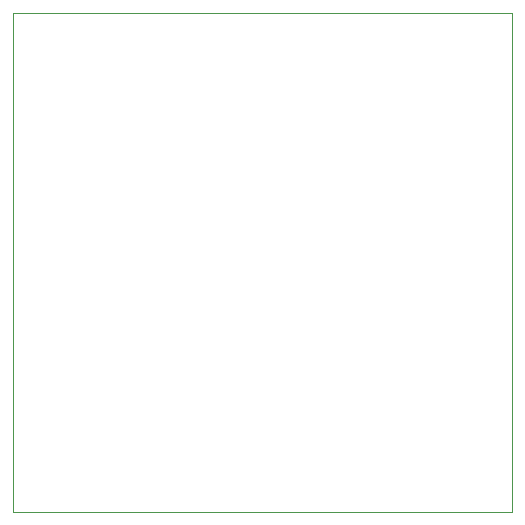
<source format=gbr>
%TF.GenerationSoftware,Altium Limited,Altium Designer,22.8.2 (66)*%
G04 Layer_Color=0*
%FSLAX45Y45*%
%MOMM*%
%TF.SameCoordinates,C69CFF7D-580E-4D1C-BBFF-10AAE48A081B*%
%TF.FilePolarity,Positive*%
%TF.FileFunction,Profile,NP*%
%TF.Part,Single*%
G01*
G75*
%TA.AperFunction,Profile*%
%ADD56C,0.02540*%
D56*
X-2115000Y-2115000D02*
X2115000D01*
Y2115000D01*
X-2115000D01*
Y-2115000D01*
%TF.MD5,a812580eef0bdf7e894f7766f61d36be*%
M02*

</source>
